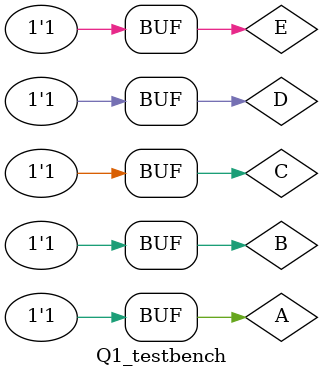
<source format=sv>

/*********************************
**	TCES 330 		**
**	Kader khafif		**
** 	HW 1			**
** 				**
**				**
*********************************/


// The module Q1 describe the circuit
// in Figure 2 of homework 1, using 
// structural representation

module Q1(F, G, A, B, C ,D, E); 
 input A, B, C ,D, E; // system input list
 output F, G; // system output list
 
// gate instantiation
 nand (N, B,C);
 and (M, A, N);
 or (L, C, E);
 nand (K, N, C);
 and (J, M, ~N);
 nand (I, ~N, D);
 xor (F, J, I, ~L);
 and (G, ~D, ~E, L, K);

endmodule

// Testbench
module Q1_testbench();
 logic A, B, C ,D, E;
 logic F, G;
 
 Q1 DUT( .A(A), .B(B), .C(C), .D(D), .E(E), .F(F), .G(G) ); 
 
 initial begin
   integer k;
// Using a for loop to assign values to each inputs
   for (k=0; k<32; k++) begin
     {A,B,C,D,E} = k; 
     #5;

     //$display ($time,,,"%b \t %b \t %b \t %b", A, B, C, D, E, F, G); 
end
/*
E = 0; D = 0; C = 0; B = 0; A = 0; #5;
E = 1; D = 0; C = 0; B = 0; A = 0; #5;
E = 0; D = 1; C = 0; B = 0; A = 0; #5;
E = 1; D = 1; C = 0; B = 0; A = 0; #5;

E = 0; D = 0; C = 1; B = 0; A = 0; #5;
E = 1; D = 0; C = 1; B = 0; A = 0; #5;
E = 0; D = 1; C = 1; B = 0; A = 0; #5;
E = 1; D = 1; C = 1; B = 0; A = 0; #5;

E = 0; D = 0; C = 0; B = 1; A = 0; #5;
E = 1; D = 0; C = 0; B = 1; A = 0; #5;
E = 0; D = 1; C = 0; B = 1; A = 0; #5;
E = 1; D = 1; C = 0; B = 1; A = 0; #5;

E = 0; D = 0; C = 1; B = 1; A = 0; #5;
E = 1; D = 0; C = 1; B = 1; A = 0; #5;
E = 0; D = 1; C = 1; B = 1; A = 0; #5;
E = 1; D = 1; C = 1; B = 1; A = 0; #5;

E = 0; D = 0; C = 0; B = 0; A = 1; #5;
E = 1; D = 0; C = 0; B = 0; A = 1; #5;
E = 0; D = 1; C = 0; B = 0; A = 1; #5;
E = 1; D = 1; C = 0; B = 0; A = 1; #5;

E = 0; D = 0; C = 1; B = 0; A = 1; #5;
E = 1; D = 0; C = 1; B = 0; A = 1; #5;
E = 0; D = 1; C = 1; B = 0; A = 1; #5;
E = 1; D = 1; C = 1; B = 0; A = 1; #5;

E = 0; D = 0; C = 0; B = 1; A = 1; #5;
E = 1; D = 0; C = 0; B = 1; A = 1; #5;
E = 0; D = 1; C = 0; B = 1; A = 1; #5;
E = 1; D = 1; C = 0; B = 1; A = 1; #5;

E = 0; D = 0; C = 1; B = 1; A = 1; #5;
E = 1; D = 0; C = 1; B = 1; A = 1; #5;
E = 0; D = 1; C = 1; B = 1; A = 1; #5;
E = 1; D = 1; C = 1; B = 1; A = 1; #5;
*/
end
endmodule

</source>
